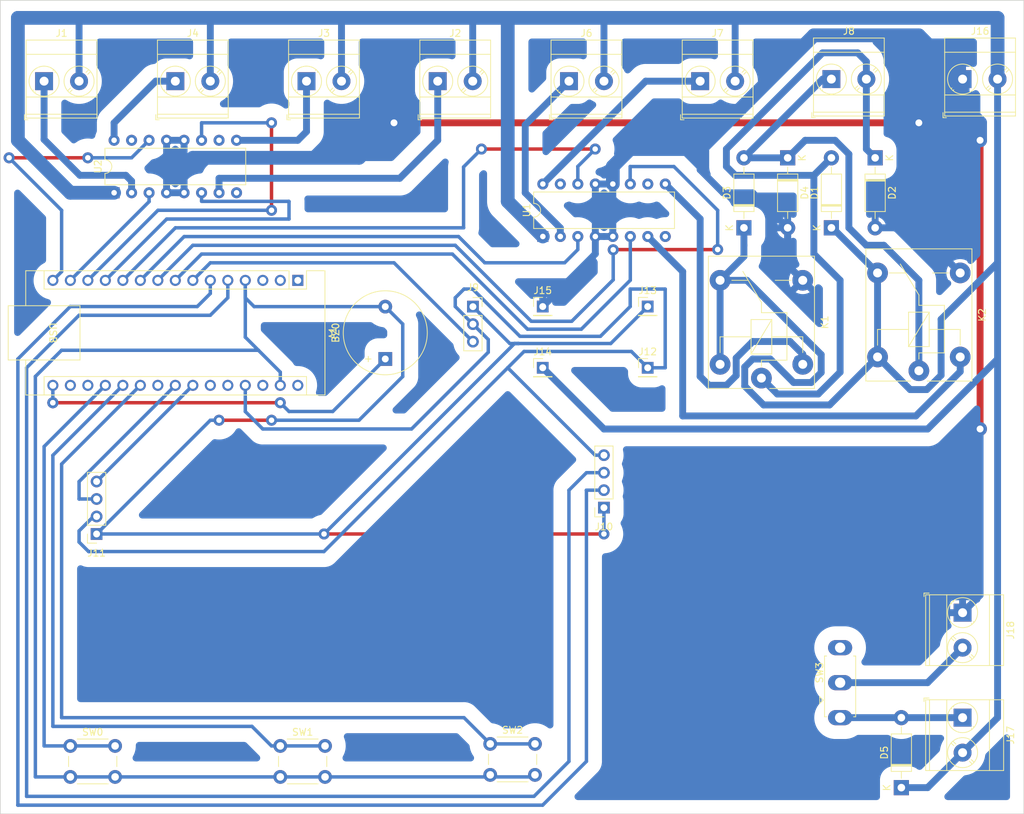
<source format=kicad_pcb>
(kicad_pcb (version 20211014) (generator pcbnew)
  (layers (0 "F.Cu" signal) (31 "B.Cu" signal) (34 "B.Paste" user) (35 "F.Paste" user) (36 "B.SilkS" user "B.Silkscreen") (37 "F.SilkS" user "F.Silkscreen") (38 "B.Mask" user) (39 "F.Mask" user) (44 "Edge.Cuts" user))
  (net 0 "")
  (net 4 "Net-(A1-Pad5)")
  (net 5 "Net-(A1-Pad6)")
  (net 6 "Net-(A1-Pad7)")
  (net 9 "Net-(A1-Pad16)")
  (net 10 "Net-(A1-Pad19)")
  (net 11 "Net-(A1-Pad20)")
  (net 13 "Net-(A1-Pad21)")
  (net 14 "Net-(A1-Pad23)")
  (net 18 "Net-(A1-Pad15)")
  (net 20 "Net-(A1-Pad24)")
  (net 21 "+12V")
  (net 22 "Net-(A1-Pad14)")
  (net 23 "Net-(A1-Pad13)")
  (net 24 "Net-(A1-Pad12)")
  (net 25 "Net-(A1-Pad11)")
  (net 26 "Net-(A1-Pad9)")
  (net 27 "Net-(A1-Pad10)")
  (net 28 "Net-(A1-Pad8)")
  (net 29 "Net-(D1-Pad2)")
  (net 30 "Net-(J1-Pad1)")
  (net 31 "GND")
  (net 32 "Net-(J6-Pad1)")
  (net 33 "Net-(D3-Pad2)")
  (net 34 "Net-(J2-Pad1)")
  (net 35 "Net-(J4-Pad1)")
  (net 36 "Net-(J7-Pad1)")
  (net 37 "Net-(K1-PadA1)")
  (net 38 "Net-(J3-Pad1)")
  (net 39 "+5V")
  (net 40 "GNDPWR")
  (net 41 "Net-(K2-PadA1)")
  (net 42 "Net-(D5-Pad2)")
  (net 43 "Net-(J18-Pad2)")
  (footprint "TerminalBlock_Phoenix:TerminalBlock_Phoenix_MKDS-3-2-5.08_1x02_P5.08mm_Horizontal" (layer "F.Cu") (at 76.83 39.035)
    (fp_text reference "J3")
    (fp_text value "PIN10")
  )
  (footprint "Button_Switch_THT:SW_PUSH_6mm" (layer "F.Cu") (at 42.54 135.545)
    (fp_text reference "SW0")
    (fp_text value "PIN_A0")
  )
  (footprint "TerminalBlock_Phoenix:TerminalBlock_Phoenix_MKDS-3-2-5.08_1x02_P5.08mm_Horizontal" (layer "F.Cu") (at 38.73 39.035)
    (fp_text reference "J1")
    (fp_text value "PIN11")
  )
  (footprint "TerminalBlock_Phoenix:TerminalBlock_Phoenix_MKDS-3-2-5.08_1x02_P5.08mm_Horizontal" (layer "F.Cu") (at 172.08 38.735)
    (fp_text reference "J16")
    (fp_text value "PWR_IN")
  )
  (footprint "Diode_THT:D_DO-41_SOD81_P10.16mm_Horizontal" (layer "F.Cu") (at 146.685 50.165 -90)
    (fp_text reference "D4")
    (fp_text value "1N4004")
  )
  (footprint "Connector_PinSocket_2.54mm:PinSocket_1x04_P2.54mm_Vertical" (layer "F.Cu") (at 120.01 100.955 180)
    (fp_text reference "J10")
    (fp_text value "HX711")
  )
  (footprint "TerminalBlock_Phoenix:TerminalBlock_Phoenix_MKDS-3-2-5.08_1x02_P5.08mm_Horizontal" (layer "F.Cu") (at 172.08 116.2 -90)
    (fp_text reference "J18")
    (fp_text value "FILTER_SENSOR")
  )
  (footprint "Button_Switch_THT:SW_PUSH_6mm" (layer "F.Cu") (at 73.02 135.545)
    (fp_text reference "SW1")
    (fp_text value "PIN_A1")
  )
  (footprint "Buzzer_Beeper:Buzzer_12x9.5RM7.6" (layer "F.Cu") (at 88.265 79.365 90)
    (fp_text reference "BZ0")
    (fp_text value "Buzzer")
  )
  (footprint "TerminalBlock_Phoenix:TerminalBlock_Phoenix_MKDS-3-2-5.08_1x02_P5.08mm_Horizontal" (layer "F.Cu") (at 153.03 38.735)
    (fp_text reference "J8")
    (fp_text value "PUMP")
  )
  (footprint "Button_Switch_THT:SW_PUSH_6mm" (layer "F.Cu") (at 103.5 135.25)
    (fp_text reference "SW2")
    (fp_text value "PIN_A2")
  )
  (footprint "Button_Switch_THT:SW_Slide_1P2T_CK_OS102011MS2Q" (layer "F.Cu") (at 154.3 128.9 90)
    (fp_text reference "SW3")
    (fp_text value "SW_SPDT")
  )
  (footprint "TerminalBlock_Phoenix:TerminalBlock_Phoenix_MKDS-3-2-5.08_1x02_P5.08mm_Horizontal" (layer "F.Cu") (at 57.785 39.035)
    (fp_text reference "J4")
    (fp_text value "PIN12")
  )
  (footprint "Diode_THT:D_DO-41_SOD81_P10.16mm_Horizontal" (layer "F.Cu") (at 163.19 141.6 90)
    (fp_text reference "D5")
    (fp_text value "1N4004")
  )
  (footprint "Connector_PinSocket_2.54mm:PinSocket_1x04_P2.54mm_Vertical" (layer "F.Cu") (at 46.355 104.775 180)
    (fp_text reference "J11")
    (fp_text value "LCD")
  )
  (footprint "Module:Arduino_Nano" (layer "F.Cu") (at 75.565 67.955 -90)
    (fp_text reference "A1")
    (fp_text value "Arduino_Nano_v3.x")
  )
  (footprint "Connector_PinSocket_2.54mm:PinSocket_1x03_P2.54mm_Vertical" (layer "F.Cu") (at 100.99 71.77)
    (fp_text reference "J9")
    (fp_text value "SERVO")
  )
  (footprint "Connector_PinHeader_2.54mm:PinHeader_1x01_P2.54mm_Vertical" (layer "F.Cu") (at 126.365 80.645)
    (fp_text reference "J12")
    (fp_text value "OUT+")
  )
  (footprint "Connector_PinHeader_2.54mm:PinHeader_1x01_P2.54mm_Vertical" (layer "F.Cu") (at 111.125 71.755)
    (fp_text reference "J15")
    (fp_text value "IN-")
  )
  (footprint "TerminalBlock_Phoenix:TerminalBlock_Phoenix_MKDS-3-2-5.08_1x02_P5.08mm_Horizontal" (layer "F.Cu") (at 133.98 39.035)
    (fp_text reference "J7")
    (fp_text value "PIN8")
  )
  (footprint "Package_DIP:DIP-16_W7.62mm" (layer "F.Cu") (at 48.895 55.235 90)
    (fp_text reference "U2")
    (fp_text value "TD62064APG")
  )
  (footprint "Connector_PinHeader_2.54mm:PinHeader_1x01_P2.54mm_Vertical" (layer "F.Cu") (at 126.365 71.755)
    (fp_text reference "J13")
    (fp_text value "OUT-")
  )
  (footprint "TerminalBlock_Phoenix:TerminalBlock_Phoenix_MKDS-3-2-5.08_1x02_P5.08mm_Horizontal" (layer "F.Cu") (at 95.88 39.035)
    (fp_text reference "J2")
    (fp_text value "PIN9")
  )
  (footprint "Diode_THT:D_DO-41_SOD81_P10.16mm_Horizontal" (layer "F.Cu") (at 140.335 60.325 90)
    (fp_text reference "D3")
    (fp_text value "1N4004")
  )
  (footprint "Package_DIP:DIP-16_W7.62mm" (layer "F.Cu") (at 111.14 61.585 90)
    (fp_text reference "U1")
    (fp_text value "TD62064APG")
  )
  (footprint "Relay_THT:Relay_SPDT_Finder_36.11" (layer "F.Cu") (at 142.875 82.145 90)
    (fp_text reference "K1")
    (fp_text value "FINDER-36.11")
  )
  (footprint "Connector_PinHeader_2.54mm:PinHeader_1x01_P2.54mm_Vertical" (layer "F.Cu") (at 111.125 80.645)
    (fp_text reference "J14")
    (fp_text value "IN+")
  )
  (footprint "Diode_THT:D_DO-41_SOD81_P10.16mm_Horizontal" (layer "F.Cu") (at 159.385 50.165 -90)
    (fp_text reference "D2")
    (fp_text value "1N4004")
  )
  (footprint "TerminalBlock_Phoenix:TerminalBlock_Phoenix_MKDS-3-2-5.08_1x02_P5.08mm_Horizontal" (layer "F.Cu") (at 114.935 39.035)
    (fp_text reference "J6")
    (fp_text value "PIN7")
  )
  (footprint "Diode_THT:D_DO-41_SOD81_P10.16mm_Horizontal" (layer "F.Cu") (at 153.035 60.325 90)
    (fp_text reference "D1")
    (fp_text value "1N4004")
  )
  (footprint "Relay_THT:Relay_SPDT_Finder_36.11" (layer "F.Cu") (at 165.735 81.075 90)
    (fp_text reference "K2")
    (fp_text value "FINDER-36.11")
  )
  (footprint "TerminalBlock_Phoenix:TerminalBlock_Phoenix_MKDS-3-2-5.08_1x02_P5.08mm_Horizontal" (layer "F.Cu") (at 172.08 131.44 -90)
    (fp_text reference "J17")
    (fp_text value "FILTER_PUMP")
  )
  (gr_rect (start 32.38 27.3) (end 180.97 145.41) (layer "Edge.Cuts") (width 0.1) (fill none))
  (segment (start 117.475 95.875) (end 120.01 95.875) (width 0.5) (layer "B.Cu") (net 4))
  (segment (start 36.195 142.87) (end 36.2 142.865) (width 0.5) (layer "B.Cu") (net 4))
  (segment (start 109.855 142.865) (end 114.93 137.79) (width 0.5) (layer "B.Cu") (net 4))
  (segment (start 114.93 137.79) (end 114.93 98.42) (width 0.5) (layer "B.Cu") (net 4))
  (segment (start 43.805 73.025) (end 36.195 80.635) (width 0.5) (layer "B.Cu") (net 4))
  (segment (start 36.2 142.865) (end 109.855 142.865) (width 0.5) (layer "B.Cu") (net 4))
  (segment (start 114.93 98.42) (end 117.475 95.875) (width 0.5) (layer "B.Cu") (net 4))
  (segment (start 36.195 80.635) (end 36.195 142.87) (width 0.5) (layer "B.Cu") (net 4))
  (segment (start 62.855 73.025) (end 43.805 73.025) (width 0.5) (layer "B.Cu") (net 4))
  (segment (start 65.405 70.475) (end 62.855 73.025) (width 0.5) (layer "B.Cu") (net 4))
  (segment (start 65.405 67.955) (end 65.405 70.475) (width 0.5) (layer "B.Cu") (net 4))
  (segment (start 60.968604 71.755) (end 42.535 71.755) (width 0.5) (layer "B.Cu") (net 5))
  (segment (start 117.47 98.42) (end 117.475 98.415) (width 0.5) (layer "B.Cu") (net 5))
  (segment (start 34.925 79.365) (end 34.925 144.14) (width 0.5) (layer "B.Cu") (net 5))
  (segment (start 34.92 144.145) (end 111.115 144.145) (width 0.5) (layer "B.Cu") (net 5))
  (segment (start 62.865 67.955) (end 62.865 69.858604) (width 0.5) (layer "B.Cu") (net 5))
  (segment (start 34.925 144.14) (end 34.92 144.145) (width 0.5) (layer "B.Cu") (net 5))
  (segment (start 111.115 144.145) (end 117.47 137.79) (width 0.5) (layer "B.Cu") (net 5))
  (segment (start 62.865 69.858604) (end 60.968604 71.755) (width 0.5) (layer "B.Cu") (net 5))
  (segment (start 117.475 98.415) (end 120.01 98.415) (width 0.5) (layer "B.Cu") (net 5))
  (segment (start 42.535 71.755) (end 34.925 79.365) (width 0.5) (layer "B.Cu") (net 5))
  (segment (start 117.47 137.79) (end 117.47 98.42) (width 0.5) (layer "B.Cu") (net 5))
  (segment (start 62.865 65.405) (end 60.325 67.945) (width 0.5) (layer "B.Cu") (net 6))
  (segment (start 89.535 65.405) (end 62.865 65.405) (width 0.5) (layer "B.Cu") (net 6))
  (segment (start 100.98 76.85) (end 89.535 65.405) (width 0.5) (layer "B.Cu") (net 6))
  (segment (start 60.325 67.945) (end 60.325 67.955) (width 0.5) (layer "B.Cu") (net 6))
  (segment (start 100.99 76.85) (end 100.98 76.85) (width 0.5) (layer "B.Cu") (net 6))
  (segment (start 73.02 85.72) (end 40 85.72) (width 0.5) (layer "F.Cu") (net 9))
  (via (at 73.02 85.72) (size 1.6) (drill 0.8) (layers "F.Cu" "B.Cu") (net 9))
  (via (at 40 85.72) (size 1.6) (drill 0.8) (layers "F.Cu" "B.Cu") (net 9))
  (via (at 40 85.72) (size 1.6) (drill 0.8) (layers "F.Cu" "B.Cu") (net 9))
  (segment (start 73.02 85.72) (end 74.29 86.99) (width 0.5) (layer "B.Cu") (net 9))
  (segment (start 40.005 85.715) (end 40 85.72) (width 0.5) (layer "B.Cu") (net 9))
  (segment (start 74.29 86.99) (end 80.64 86.99) (width 0.5) (layer "B.Cu") (net 9))
  (segment (start 40.005 83.195) (end 40.005 85.715) (width 0.5) (layer "B.Cu") (net 9))
  (segment (start 80.64 86.99) (end 88.265 79.365) (width 0.5) (layer "B.Cu") (net 9))
  (segment (start 38.735 135.545) (end 38.735 92.085) (width 0.5) (layer "B.Cu") (net 10))
  (segment (start 38.735 92.085) (end 47.625 83.195) (width 0.5) (layer "B.Cu") (net 10))
  (segment (start 42.54 135.545) (end 49.04 135.545) (width 0.5) (layer "B.Cu") (net 10))
  (segment (start 42.54 135.545) (end 38.735 135.545) (width 0.5) (layer "B.Cu") (net 10))
  (segment (start 73.02 135.545) (end 71.75 135.545) (width 0.5) (layer "B.Cu") (net 11))
  (segment (start 73.02 135.545) (end 79.52 135.545) (width 0.5) (layer "B.Cu") (net 11))
  (segment (start 71.75 135.545) (end 68.915 132.71) (width 0.5) (layer "B.Cu") (net 11))
  (segment (start 68.915 132.71) (end 40.005 132.71) (width 0.5) (layer "B.Cu") (net 11))
  (segment (start 40.005 93.355) (end 50.165 83.195) (width 0.5) (layer "B.Cu") (net 11))
  (segment (start 40.005 132.71) (end 40.005 93.355) (width 0.5) (layer "B.Cu") (net 11))
  (segment (start 103.5 135.25) (end 99.69 131.44) (width 0.5) (layer "B.Cu") (net 13))
  (segment (start 41.275 94.625) (end 52.705 83.195) (width 0.5) (layer "B.Cu") (net 13))
  (segment (start 103.5 135.25) (end 110 135.25) (width 0.5) (layer "B.Cu") (net 13))
  (segment (start 41.275 131.44) (end 41.275 94.625) (width 0.5) (layer "B.Cu") (net 13))
  (segment (start 99.69 131.44) (end 41.275 131.44) (width 0.5) (layer "B.Cu") (net 13))
  (segment (start 43.815 99.695) (end 46.355 99.695) (width 0.5) (layer "B.Cu") (net 14))
  (segment (start 57.785 83.195) (end 43.81 97.17) (width 0.5) (layer "B.Cu") (net 14))
  (segment (start 43.81 97.17) (end 43.81 99.69) (width 0.5) (layer "B.Cu") (net 14))
  (segment (start 43.81 99.69) (end 43.815 99.695) (width 0.5) (layer "B.Cu") (net 14))
  (segment (start 45.08 50.16) (end 33.65 50.16) (width 0.5) (layer "F.Cu") (net 18))
  (via (at 33.65 50.16) (size 1.6) (drill 0.8) (layers "F.Cu" "B.Cu") (net 18))
  (via (at 45.08 50.16) (size 1.6) (drill 0.8) (layers "F.Cu" "B.Cu") (net 18))
  (segment (start 45.08 50.16) (end 51.43 50.16) (width 0.5) (layer "B.Cu") (net 18))
  (segment (start 41.275 66.685) (end 40.005 67.955) (width 0.5) (layer "B.Cu") (net 18))
  (segment (start 33.65 50.16) (end 41.275 57.785) (width 0.5) (layer "B.Cu") (net 18))
  (segment (start 41.275 57.785) (end 41.275 66.685) (width 0.5) (layer "B.Cu") (net 18))
  (segment (start 51.43 50.16) (end 53.975 47.615) (width 0.5) (layer "B.Cu") (net 18))
  (segment (start 60.325 83.195) (end 46.365 97.155) (width 0.5) (layer "B.Cu") (net 20))
  (segment (start 46.365 97.155) (end 46.355 97.155) (width 0.5) (layer "B.Cu") (net 20))
  (segment (start 167.005 89.535) (end 177.16 79.38) (width 1) (layer "B.Cu") (net 21))
  (segment (start 144.145 79.375) (end 141.605 79.375) (width 1) (layer "B.Cu") (net 21))
  (segment (start 100.965 29.845) (end 100.96 29.85) (width 1) (layer "B.Cu") (net 21))
  (segment (start 106.045 56.49) (end 106.045 29.845) (width 2) (layer "B.Cu") (net 21))
  (segment (start 159.735 66.875) (end 159.735 79.075) (width 1) (layer "B.Cu") (net 21))
  (segment (start 150.099476 82.781621) (end 147.551621 82.781621) (width 1) (layer "B.Cu") (net 21))
  (segment (start 163.19 141.6) (end 167 141.6) (width 1) (layer "B.Cu") (net 21))
  (segment (start 62.865 29.845) (end 62.865 39.035) (width 1) (layer "B.Cu") (net 21))
  (segment (start 177.16 65.41) (end 177.16 65.4) (width 1) (layer "B.Cu") (net 21))
  (segment (start 177.16 79.38) (end 177.16 131.44) (width 1) (layer "B.Cu") (net 21))
  (segment (start 147.551621 82.781621) (end 144.145 79.375) (width 1) (layer "B.Cu") (net 21))
  (segment (start 168.96236 81.724854) (end 168.96236 73.60764) (width 1) (layer "B.Cu") (net 21))
  (segment (start 100.96 29.85) (end 100.96 39.035) (width 1) (layer "B.Cu") (net 21))
  (segment (start 34.925 29.845) (end 43.815 29.845) (width 2) (layer "B.Cu") (net 21))
  (segment (start 151.551472 81.329625) (end 150.099476 82.781621) (width 1) (layer "B.Cu") (net 21))
  (segment (start 140.452302 83.302302) (end 143.191862 86.041862) (width 1) (layer "B.Cu") (net 21))
  (segment (start 177.16 65.4) (end 177.16 38.735) (width 1) (layer "B.Cu") (net 21))
  (segment (start 48.895 55.235) (end 42.535 55.235) (width 2) (layer "B.Cu") (net 21))
  (segment (start 81.915 29.845) (end 100.965 29.845) (width 2) (layer "B.Cu") (net 21))
  (segment (start 141.605 79.375) (end 140.452302 80.527698) (width 1) (layer "B.Cu") (net 21))
  (segment (start 81.915 29.845) (end 81.91 29.85) (width 1) (layer "B.Cu") (net 21))
  (segment (start 43.815 29.845) (end 62.865 29.845) (width 2) (layer "B.Cu") (net 21))
  (segment (start 136.875 80.145) (end 136.875 67.945) (width 1) (layer "B.Cu") (net 21))
  (segment (start 152.768138 86.041862) (end 159.735 79.075) (width 1) (layer "B.Cu") (net 21))
  (segment (start 111.125 80.645) (end 120.015 89.535) (width 1) (layer "B.Cu") (net 21))
  (segment (start 139.065 29.845) (end 177.165 29.845) (width 2) (layer "B.Cu") (net 21))
  (segment (start 164.469814 83.809814) (end 166.8774 83.809814) (width 1) (layer "B.Cu") (net 21))
  (segment (start 81.91 29.85) (end 81.91 39.035) (width 1) (layer "B.Cu") (net 21))
  (segment (start 111.14 61.585) (end 106.045 56.49) (width 2) (layer "B.Cu") (net 21))
  (segment (start 62.865 29.845) (end 81.915 29.845) (width 2) (layer "B.Cu") (net 21))
  (segment (start 168.96236 73.60764) (end 177.16 65.41) (width 1) (layer "B.Cu") (net 21))
  (segment (start 120.015 29.845) (end 139.065 29.845) (width 2) (layer "B.Cu") (net 21))
  (segment (start 177.16 29.85) (end 177.16 38.735) (width 2) (layer "B.Cu") (net 21))
  (segment (start 120.015 29.845) (end 120.015 39.035) (width 1) (layer "B.Cu") (net 21))
  (segment (start 100.965 29.845) (end 106.045 29.845) (width 2) (layer "B.Cu") (net 21))
  (segment (start 140.452302 80.527698) (end 140.452302 83.302302) (width 1) (layer "B.Cu") (net 21))
  (segment (start 34.925 47.625) (end 34.925 29.845) (width 2) (layer "B.Cu") (net 21))
  (segment (start 140.335 64.485) (end 136.875 67.945) (width 1) (layer "B.Cu") (net 21))
  (segment (start 139.065 29.845) (end 139.06 29.85) (width 1) (layer "B.Cu") (net 21))
  (segment (start 42.535 55.235) (end 34.925 47.625) (width 2) (layer "B.Cu") (net 21))
  (segment (start 140.335 62.865) (end 140.335 64.485) (width 1) (layer "B.Cu") (net 21))
  (segment (start 166.8774 83.809814) (end 168.96236 81.724854) (width 1) (layer "B.Cu") (net 21))
  (segment (start 140.335 60.325) (end 140.335 62.865) (width 1) (layer "B.Cu") (net 21))
  (segment (start 43.81 29.85) (end 43.815 29.845) (width 1) (layer "B.Cu") (net 21))
  (segment (start 153.185 60.325) (end 159.735 66.875) (width 1) (layer "B.Cu") (net 21))
  (segment (start 153.035 60.325) (end 153.185 60.325) (width 1) (layer "B.Cu") (net 21))
  (segment (start 151.551472 78.734416) (end 151.551472 81.329625) (width 1) (layer "B.Cu") (net 21))
  (segment (start 177.16 79.38) (end 177.16 65.4) (width 1) (layer "B.Cu") (net 21))
  (segment (start 120.015 89.535) (end 167.005 89.535) (width 1) (layer "B.Cu") (net 21))
  (segment (start 136.875 67.945) (end 140.762056 67.945) (width 1) (layer "B.Cu") (net 21))
  (segment (start 177.16 131.44) (end 172.08 136.52) (width 1) (layer "B.Cu") (net 21))
  (segment (start 140.762056 67.945) (end 151.551472 78.734416) (width 1) (layer "B.Cu") (net 21))
  (segment (start 43.81 39.035) (end 43.81 29.85) (width 1) (layer "B.Cu") (net 21))
  (segment (start 106.045 29.845) (end 120.015 29.845) (width 2) (layer "B.Cu") (net 21))
  (segment (start 159.735 79.075) (end 164.469814 83.809814) (width 1) (layer "B.Cu") (net 21))
  (segment (start 139.06 29.85) (end 139.06 39.035) (width 1) (layer "B.Cu") (net 21))
  (segment (start 143.191862 86.041862) (end 152.768138 86.041862) (width 1) (layer "B.Cu") (net 21))
  (segment (start 167 141.6) (end 172.08 136.52) (width 1) (layer "B.Cu") (net 21))
  (segment (start 53.975 56.525) (end 42.545 67.955) (width 0.5) (layer "B.Cu") (net 22))
  (segment (start 53.975 55.235) (end 53.975 56.525) (width 0.5) (layer "B.Cu") (net 22))
  (segment (start 71.75 45.08) (end 71.75 57.78) (width 0.5) (layer "F.Cu") (net 23))
  (via (at 71.75 57.78) (size 1.6) (drill 0.8) (layers "F.Cu" "B.Cu") (net 23))
  (via (at 71.75 45.08) (size 1.6) (drill 0.8) (layers "F.Cu" "B.Cu") (net 23))
  (segment (start 71.75 57.78) (end 55.26 57.78) (width 0.5) (layer "B.Cu") (net 23))
  (segment (start 55.26 57.78) (end 45.085 67.955) (width 0.5) (layer "B.Cu") (net 23))
  (segment (start 61.595 45.08) (end 61.595 47.615) (width 0.5) (layer "B.Cu") (net 23))
  (segment (start 71.75 45.08) (end 61.595 45.08) (width 0.5) (layer "B.Cu") (net 23))
  (segment (start 74.29 56.51) (end 74.265 56.485) (width 0.5) (layer "B.Cu") (net 24))
  (segment (start 74.29 59.05) (end 74.29 56.51) (width 0.5) (layer "B.Cu") (net 24))
  (segment (start 56.53 59.05) (end 47.625 67.955) (width 0.5) (layer "B.Cu") (net 24))
  (segment (start 61.595 56.465) (end 61.615 56.485) (width 0.5) (layer "B.Cu") (net 24))
  (segment (start 74.29 59.05) (end 56.53 59.05) (width 0.5) (layer "B.Cu") (net 24))
  (segment (start 61.615 56.485) (end 74.265 56.485) (width 0.5) (layer "B.Cu") (net 24))
  (segment (start 61.595 55.235) (end 61.595 56.465) (width 0.5) (layer "B.Cu") (net 24))
  (segment (start 102.23 48.89) (end 118.74 48.89) (width 0.5) (layer "F.Cu") (net 25))
  (via (at 118.74 48.89) (size 1.6) (drill 0.8) (layers "F.Cu" "B.Cu") (net 25))
  (via (at 102.23 48.89) (size 1.6) (drill 0.8) (layers "F.Cu" "B.Cu") (net 25))
  (segment (start 99.631841 51.488159) (end 102.23 48.89) (width 0.5) (layer "B.Cu") (net 25))
  (segment (start 50.165 67.955) (end 57.795 60.325) (width 0.5) (layer "B.Cu") (net 25))
  (segment (start 118.74 48.89) (end 116.22 51.41) (width 0.5) (layer "B.Cu") (net 25))
  (segment (start 116.22 51.41) (end 116.22 53.965) (width 0.5) (layer "B.Cu") (net 25))
  (segment (start 57.795 60.325) (end 99.626841 60.325) (width 0.5) (layer "B.Cu") (net 25))
  (segment (start 99.626841 60.325) (end 99.631841 60.32) (width 0.5) (layer "B.Cu") (net 25))
  (segment (start 99.631841 60.32) (end 99.631841 51.488159) (width 0.5) (layer "B.Cu") (net 25))
  (segment (start 121.35647 63.513041) (end 121.382435 63.487076) (width 0.5) (layer "F.Cu") (net 26))
  (segment (start 121.382435 63.487076) (end 136.508777 63.487076) (width 0.5) (layer "F.Cu") (net 26))
  (segment (start 136.508777 63.487076) (end 136.52 63.475853) (width 0.5) (layer "F.Cu") (net 26))
  (via (at 121.35647 63.513041) (size 1.6) (drill 0.8) (layers "F.Cu" "B.Cu") (net 26))
  (via (at 136.52 63.475853) (size 1.6) (drill 0.8) (layers "F.Cu" "B.Cu") (net 26))
  (segment (start 98.425 62.865) (end 60.325 62.865) (width 0.5) (layer "B.Cu") (net 26))
  (segment (start 130.17 51.43) (end 123.82 51.43) (width 0.5) (layer "B.Cu") (net 26))
  (segment (start 109.456343 73.896343) (end 98.425 62.865) (width 0.5) (layer "B.Cu") (net 26))
  (segment (start 136.52 57.78) (end 130.17 51.43) (width 0.5) (layer "B.Cu") (net 26))
  (segment (start 123.82 51.43) (end 123.82 53.945) (width 0.5) (layer "B.Cu") (net 26))
  (segment (start 55.245 67.945) (end 55.245 67.955) (width 0.5) (layer "B.Cu") (net 26))
  (segment (start 136.52 63.475853) (end 136.52 57.78) (width 0.5) (layer "B.Cu") (net 26))
  (segment (start 121.35647 67.87353) (end 115.333657 73.896343) (width 0.5) (layer "B.Cu") (net 26))
  (segment (start 121.35647 63.513041) (end 121.35647 67.87353) (width 0.5) (layer "B.Cu") (net 26))
  (segment (start 115.333657 73.896343) (end 109.456343 73.896343) (width 0.5) (layer "B.Cu") (net 26))
  (segment (start 60.325 62.865) (end 55.245 67.945) (width 0.5) (layer "B.Cu") (net 26))
  (segment (start 98.907933 61.595) (end 59.065 61.595) (width 0.5) (layer "B.Cu") (net 27))
  (segment (start 116.22 61.585) (end 116.22 63.48) (width 0.5) (layer "B.Cu") (net 27))
  (segment (start 102.712933 65.4) (end 98.907933 61.595) (width 0.5) (layer "B.Cu") (net 27))
  (segment (start 59.065 61.595) (end 52.705 67.955) (width 0.5) (layer "B.Cu") (net 27))
  (segment (start 116.22 63.48) (end 114.3 65.4) (width 0.5) (layer "B.Cu") (net 27))
  (segment (start 114.3 65.4) (end 102.712933 65.4) (width 0.5) (layer "B.Cu") (net 27))
  (segment (start 98.004671 64.135) (end 61.595 64.135) (width 0.5) (layer "B.Cu") (net 28))
  (segment (start 57.785 67.945) (end 57.785 67.955) (width 0.5) (layer "B.Cu") (net 28))
  (segment (start 123.84 61.585) (end 123.84 67.93) (width 0.5) (layer "B.Cu") (net 28))
  (segment (start 61.595 64.135) (end 57.785 67.945) (width 0.5) (layer "B.Cu") (net 28))
  (segment (start 116.728107 75.041893) (end 108.911564 75.041893) (width 0.5) (layer "B.Cu") (net 28))
  (segment (start 123.84 67.93) (end 116.728107 75.041893) (width 0.5) (layer "B.Cu") (net 28))
  (segment (start 108.911564 75.041893) (end 98.004671 64.135) (width 0.5) (layer "B.Cu") (net 28))
  (segment (start 158.11 36.19) (end 158.11 38.735) (width 1) (layer "B.Cu") (net 29))
  (segment (start 150.49 64.13) (end 150.49 52.71) (width 1) (layer "B.Cu") (net 29))
  (segment (start 154.3 67.94) (end 150.49 64.13) (width 1) (layer "B.Cu") (net 29))
  (segment (start 156.84 34.92) (end 158.11 36.19) (width 1) (layer "B.Cu") (net 29))
  (segment (start 153.035 50.165) (end 150.495 52.705) (width 1) (layer "B.Cu") (net 29))
  (segment (start 145.185 84.455) (end 151.125 84.455) (width 1) (layer "B.Cu") (net 29))
  (segment (start 151.125 84.455) (end 154.3 81.28) (width 1) (layer "B.Cu") (net 29))
  (segment (start 142.875 82.145) (end 145.185 84.455) (width 1) (layer "B.Cu") (net 29))
  (segment (start 158.11 38.735) (end 158.11 48.89) (width 1) (layer "B.Cu") (net 29))
  (segment (start 139.07 52.705) (end 137.79 51.425) (width 1) (layer "B.Cu") (net 29))
  (segment (start 137.79 48.89) (end 151.76 34.92) (width 1) (layer "B.Cu") (net 29))
  (segment (start 150.495 52.705) (end 139.07 52.705) (width 1) (layer "B.Cu") (net 29))
  (segment (start 150.49 52.71) (end 153.035 50.165) (width 1) (layer "B.Cu") (net 29))
  (segment (start 151.76 34.92) (end 156.84 34.92) (width 1) (layer "B.Cu") (net 29))
  (segment (start 137.79 51.425) (end 137.79 48.89) (width 1) (layer "B.Cu") (net 29))
  (segment (start 158.11 48.89) (end 159.385 50.165) (width 1) (layer "B.Cu") (net 29))
  (segment (start 154.3 81.28) (end 154.3 67.94) (width 1) (layer "B.Cu") (net 29))
  (segment (start 50.595 52.7) (end 51.435 53.54) (width 1) (layer "B.Cu") (net 30))
  (segment (start 38.73 47.5025) (end 43.9275 52.7) (width 1) (layer "B.Cu") (net 30))
  (segment (start 43.9275 52.7) (end 50.595 52.7) (width 1) (layer "B.Cu") (net 30))
  (segment (start 51.435 53.54) (end 51.435 55.235) (width 1) (layer "B.Cu") (net 30))
  (segment (start 38.73 39.035) (end 39.035 39.035) (width 1) (layer "B.Cu") (net 30))
  (segment (start 38.73 39.035) (end 38.73 47.5025) (width 1) (layer "B.Cu") (net 30))
  (segment (start 64.13 88.26) (end 71.75 88.26) (width 0.5) (layer "F.Cu") (net 31))
  (segment (start 79.375 104.775) (end 120.005 104.775) (width 0.5) (layer "F.Cu") (net 31))
  (segment (start 120.005 104.775) (end 120.01 104.77) (width 0.5) (layer "F.Cu") (net 31))
  (via (at 120.01 104.77) (size 1.6) (drill 0.8) (layers "F.Cu" "B.Cu") (net 31))
  (via (at 64.13 88.26) (size 1.6) (drill 0.8) (layers "F.Cu" "B.Cu") (net 31))
  (via (at 79.375 104.775) (size 1.6) (drill 0.8) (layers "F.Cu" "B.Cu") (net 31))
  (via (at 71.75 88.26) (size 1.6) (drill 0.8) (layers "F.Cu" "B.Cu") (net 31))
  (segment (start 42.54 140.045) (end 37.465 140.045) (width 0.5) (layer "B.Cu") (net 31))
  (segment (start 107.028604 77.121396) (end 107.601396 77.121396) (width 0.5) (layer "B.Cu") (net 31))
  (segment (start 90.8 81.91) (end 90.8 74.3) (width 0.5) (layer "B.Cu") (net 31))
  (segment (start 107.601396 77.121396) (end 120.998604 77.121396) (width 0.5) (layer "B.Cu") (net 31))
  (segment (start 79.365 104.785) (end 79.375 104.775) (width 0.5) (layer "B.Cu") (net 31))
  (segment (start 67.945 70.485) (end 67.945 67.955) (width 0.5) (layer "B.Cu") (net 31))
  (segment (start 84.45 88.26) (end 90.8 81.91) (width 0.5) (layer "B.Cu") (net 31))
  (segment (start 90.8 74.3) (end 88.265 71.765) (width 0.5) (layer "B.Cu") (net 31))
  (segment (start 73.025 81.28) (end 73.025 83.195) (width 0.5) (layer "B.Cu") (net 31))
  (segment (start 100.99 71.77) (end 106.341396 77.121396) (width 0.5) (layer "B.Cu") (net 31))
  (segment (start 120.01 100.955) (end 120.01 104.77) (width 0.5) (layer "B.Cu") (net 31))
  (segment (start 110 139.75) (end 109.705 140.045) (width 0.5) (layer "B.Cu") (net 31))
  (segment (start 71.75 88.26) (end 84.45 88.26) (width 0.5) (layer "B.Cu") (net 31))
  (segment (start 88.265 71.765) (end 69.225 71.765) (width 0.5) (layer "B.Cu") (net 31))
  (segment (start 37.465 81.91) (end 41.27 78.105) (width 0.5) (layer "B.Cu") (net 31))
  (segment (start 37.465 140.045) (end 37.465 81.91) (width 0.5) (layer "B.Cu") (net 31))
  (segment (start 120.998604 77.121396) (end 126.365 71.755) (width 0.5) (layer "B.Cu") (net 31))
  (segment (start 67.945 67.955) (end 67.945 76.2) (width 0.5) (layer "B.Cu") (net 31))
  (segment (start 64.13 88.26) (end 62.87 88.26) (width 0.5) (layer "B.Cu") (net 31))
  (segment (start 79.375 104.775) (end 46.355 104.775) (width 0.5) (layer "B.Cu") (net 31))
  (segment (start 67.945 76.2) (end 69.85 78.105) (width 0.5) (layer "B.Cu") (net 31))
  (segment (start 109.705 140.045) (end 42.54 140.045) (width 0.5) (layer "B.Cu") (net 31))
  (segment (start 69.85 78.105) (end 73.025 81.28) (width 0.5) (layer "B.Cu") (net 31))
  (segment (start 41.27 78.105) (end 69.85 78.105) (width 0.5) (layer "B.Cu") (net 31))
  (segment (start 69.225 71.765) (end 67.945 70.485) (width 0.5) (layer "B.Cu") (net 31))
  (segment (start 62.87 88.26) (end 46.355 104.775) (width 0.5) (layer "B.Cu") (net 31))
  (segment (start 79.375 104.775) (end 107.028604 77.121396) (width 0.5) (layer "B.Cu") (net 31))
  (segment (start 106.341396 77.121396) (end 107.601396 77.121396) (width 0.5) (layer "B.Cu") (net 31))
  (segment (start 46.355 104.775) (end 46.365 104.785) (width 0.5) (layer "B.Cu") (net 31))
  (segment (start 113.68 60.34) (end 113.68 61.585) (width 1) (layer "B.Cu") (net 32))
  (segment (start 108.585 55.245) (end 113.68 60.34) (width 1) (layer "B.Cu") (net 32))
  (segment (start 114.935 39.035) (end 108.585 45.385) (width 1) (layer "B.Cu") (net 32))
  (segment (start 108.585 45.385) (end 108.585 55.245) (width 1) (layer "B.Cu") (net 32))
  (segment (start 153.03 38.735) (end 151.765 38.735) (width 1) (layer "B.Cu") (net 33))
  (segment (start 151.765 38.735) (end 140.335 50.165) (width 1) (layer "B.Cu") (net 33))
  (segment (start 165.735 81.075) (end 165.735 67.945) (width 1) (layer "B.Cu") (net 33))
  (segment (start 158.11 62.86) (end 155.57 60.32) (width 1) (layer "B.Cu") (net 33))
  (segment (start 140.335 50.165) (end 146.685 50.165) (width 1) (layer "B.Cu") (net 33))
  (segment (start 149.23 47.62) (end 146.685 50.165) (width 1) (layer "B.Cu") (net 33))
  (segment (start 155.57 49.625) (end 153.565 47.62) (width 1) (layer "B.Cu") (net 33))
  (segment (start 153.565 47.62) (end 149.23 47.62) (width 1) (layer "B.Cu") (net 33))
  (segment (start 165.735 67.945) (end 160.65 62.86) (width 1) (layer "B.Cu") (net 33))
  (segment (start 155.57 60.32) (end 155.57 49.625) (width 1) (layer "B.Cu") (net 33))
  (segment (start 160.65 62.86) (end 158.11 62.86) (width 1) (layer "B.Cu") (net 33))
  (segment (start 64.13 55.23) (end 64.13 53.135) (width 1) (layer "B.Cu") (net 34))
  (segment (start 64.13 53.135) (end 90.365 53.135) (width 1) (layer "B.Cu") (net 34))
  (segment (start 64.135 55.235) (end 64.13 55.23) (width 1) (layer "B.Cu") (net 34))
  (segment (start 95.88 47.62) (end 95.88 39.035) (width 1) (layer "B.Cu") (net 34))
  (segment (start 90.365 53.135) (end 95.88 47.62) (width 1) (layer "B.Cu") (net 34))
  (segment (start 57.8 39.05) (end 57.785 39.035) (width 1) (layer "B.Cu") (net 35))
  (segment (start 57.785 39.035) (end 54.945 39.035) (width 1) (layer "B.Cu") (net 35))
  (segment (start 48.895 45.085) (end 48.895 47.615) (width 1) (layer "B.Cu") (net 35))
  (segment (start 54.945 39.035) (end 48.895 45.085) (width 1) (layer "B.Cu") (net 35))
  (segment (start 133.98 39.035) (end 126.07 39.035) (width 1) (layer "B.Cu") (net 36))
  (segment (start 126.07 39.035) (end 111.14 53.965) (width 1) (layer "B.Cu") (net 36))
  (segment (start 148.875 80.145) (end 148.105 79.375) (width 1) (layer "B.Cu") (net 37))
  (segment (start 141.605 76.835) (end 147.035 76.835) (width 1) (layer "B.Cu") (net 37))
  (segment (start 148.875 78.675) (end 148.875 80.145) (width 1) (layer "B.Cu") (net 37))
  (segment (start 135.255 83.185) (end 137.795 83.185) (width 1) (layer "B.Cu") (net 37))
  (segment (start 133.98 81.91) (end 135.255 83.185) (width 1) (layer "B.Cu") (net 37))
  (segment (start 128.92 53.965) (end 133.98 59.025) (width 1) (layer "B.Cu") (net 37))
  (segment (start 147.035 76.835) (end 148.875 78.675) (width 1) (layer "B.Cu") (net 37))
  (segment (start 133.98 59.025) (end 133.98 81.91) (width 1) (layer "B.Cu") (net 37))
  (segment (start 139.211802 79.228198) (end 141.605 76.835) (width 1) (layer "B.Cu") (net 37))
  (segment (start 137.795 83.185) (end 139.211802 81.768198) (width 1) (layer "B.Cu") (net 37))
  (segment (start 139.211802 81.768198) (end 139.211802 79.228198) (width 1) (layer "B.Cu") (net 37))
  (segment (start 76.83 46.35) (end 75.56 47.62) (width 1) (layer "B.Cu") (net 38))
  (segment (start 66.68 47.62) (end 66.675 47.615) (width 1) (layer "B.Cu") (net 38))
  (segment (start 76.83 39.035) (end 76.83 46.35) (width 1) (layer "B.Cu") (net 38))
  (segment (start 75.56 47.62) (end 66.68 47.62) (width 1) (layer "B.Cu") (net 38))
  (segment (start 107.822754 76.081645) (end 119.498355 76.081645) (width 0.5) (layer "B.Cu") (net 39))
  (segment (start 46.355 107.315) (end 46.365 107.325) (width 0.5) (layer "B.Cu") (net 39))
  (segment (start 43.81 104.33) (end 45.905 102.235) (width 0.5) (layer "B.Cu") (net 39))
  (segment (start 103.219149 76.539149) (end 100.99 74.31) (width 0.5) (layer "B.Cu") (net 39))
  (segment (start 123.825 69.215) (end 128.905 69.215) (width 0.5) (layer "B.Cu") (net 39))
  (segment (start 123.996676 78.276676) (end 126.365 80.645) (width 0.5) (layer "B.Cu") (net 39))
  (segment (start 123.825 71.755) (end 123.825 69.215) (width 0.5) (layer "B.Cu") (net 39))
  (segment (start 106.045 80.645) (end 108.413324 78.276676) (width 0.5) (layer "B.Cu") (net 39))
  (segment (start 128.905 80.645) (end 126.365 80.645) (width 0.5) (layer "B.Cu") (net 39))
  (segment (start 98.425 71.745) (end 98.425 70.485) (width 0.5) (layer "B.Cu") (net 39))
  (segment (start 67.945 86.995) (end 70.48 89.53) (width 0.5) (layer "B.Cu") (net 39))
  (segment (start 106.045 80.645) (end 118.735 93.335) (width 0.5) (layer "B.Cu") (net 39))
  (segment (start 92.079999 89.53) (end 103.219149 78.39085) (width 0.5) (layer "B.Cu") (net 39))
  (segment (start 79.365 107.325) (end 45.19 107.325) (width 0.5) (layer "B.Cu") (net 39))
  (segment (start 45.19 107.325) (end 43.81 105.945) (width 0.5) (layer "B.Cu") (net 39))
  (segment (start 98.425 70.485) (end 99.695 69.215) (width 0.5) (layer "B.Cu") (net 39))
  (segment (start 67.945 83.195) (end 67.945 86.995) (width 0.5) (layer "B.Cu") (net 39))
  (segment (start 106.045 80.645) (end 79.365 107.325) (width 0.5) (layer "B.Cu") (net 39))
  (segment (start 43.81 105.945) (end 43.81 104.33) (width 0.5) (layer "B.Cu") (net 39))
  (segment (start 119.498355 76.081645) (end 123.825 71.755) (width 0.5) (layer "B.Cu") (net 39))
  (segment (start 103.219149 78.39085) (end 103.219149 76.539149) (width 0.5) (layer "B.Cu") (net 39))
  (segment (start 108.413324 78.276676) (end 123.996676 78.276676) (width 0.5) (layer "B.Cu") (net 39))
  (segment (start 70.48 89.53) (end 92.079999 89.53) (width 0.5) (layer "B.Cu") (net 39))
  (segment (start 118.735 93.335) (end 120.01 93.335) (width 0.5) (layer "B.Cu") (net 39))
  (segment (start 100.99 74.31) (end 98.425 71.745) (width 0.5) (layer "B.Cu") (net 39))
  (segment (start 100.956109 69.215) (end 107.822754 76.081645) (width 0.5) (layer "B.Cu") (net 39))
  (segment (start 128.905 69.215) (end 128.905 80.645) (width 0.5) (layer "B.Cu") (net 39))
  (segment (start 99.695 69.215) (end 100.956109 69.215) (width 0.5) (layer "B.Cu") (net 39))
  (segment (start 174.62 47.62) (end 174.62 89.53) (width 1) (layer "F.Cu") (net 40))
  (segment (start 165.73 45.08) (end 89.53 45.08) (width 1) (layer "F.Cu") (net 40))
  (via (at 174.62 89.53) (size 2) (drill 1) (layers "F.Cu" "B.Cu") (net 40))
  (via (at 165.73 45.08) (size 2) (drill 1) (layers "F.Cu" "B.Cu") (net 40))
  (via (at 174.62 47.62) (size 2) (drill 1) (layers "F.Cu" "B.Cu") (net 40))
  (via (at 89.53 45.08) (size 2) (drill 1) (layers "F.Cu" "B.Cu") (net 40))
  (segment (start 141.605 55.245) (end 137.325057 55.245) (width 1) (layer "B.Cu") (net 40))
  (segment (start 174.62 113.66) (end 172.08 116.2) (width 1) (layer "B.Cu") (net 40))
  (segment (start 121.3 53.965) (end 121.3 51.42) (width 2) (layer "B.Cu") (net 40))
  (segment (start 172.08 53.43) (end 172.08 38.735) (width 1) (layer "B.Cu") (net 40))
  (segment (start 60.33 50.16) (end 59.055 51.435) (width 2) (layer "B.Cu") (net 40))
  (segment (start 121.3 61.585) (end 121.3 53.965) (width 1) (layer "B.Cu") (net 40))
  (segment (start 56.515 47.615) (end 56.515 55.235) (width 1) (layer "B.Cu") (net 40))
  (segment (start 174.62 89.53) (end 174.62 113.66) (width 1) (layer "B.Cu") (net 40))
  (segment (start 174.62 47.62) (end 174.62 45.085) (width 2) (layer "B.Cu") (net 40))
  (segment (start 111.125 71.745) (end 118.76 64.11) (width 1) (layer "B.Cu") (net 40))
  (segment (start 118.76 61.585) (end 120.025 61.585) (width 1) (layer "B.Cu") (net 40))
  (segment (start 120.025 61.585) (end 121.3 61.585) (width 1) (layer "B.Cu") (net 40))
  (segment (start 165.185 60.325) (end 171.735 66.875) (width 1) (layer "B.Cu") (net 40))
  (segment (start 146.685 65.755) (end 148.875 67.945) (width 1) (layer "B.Cu") (net 40))
  (segment (start 59.055 55.235) (end 59.055 51.435) (width 1) (layer "B.Cu") (net 40))
  (segment (start 174.62 45.085) (end 172.08 42.545) (width 2) (layer "B.Cu") (net 40))
  (segment (start 137.325057 55.245) (end 133.985 51.904943) (width 1) (layer "B.Cu") (net 40))
  (segment (start 89.53 45.085) (end 84.455 50.16) (width 2) (layer "B.Cu") (net 40))
  (segment (start 133.98 48.89) (end 150.49 32.38) (width 2) (layer "B.Cu") (net 40))
  (segment (start 146.685 60.325) (end 141.605 55.245) (width 1) (layer "B.Cu") (net 40))
  (segment (start 165.185 60.325) (end 172.08 53.43) (width 1) (layer "B.Cu") (net 40))
  (segment (start 172.08 42.545) (end 172.08 38.735) (width 2) (layer "B.Cu") (net 40))
  (segment (start 133.985 51.904943) (end 133.985 48.89) (width 1) (layer "B.Cu") (net 40))
  (segment (start 150.49 32.38) (end 165.725 32.38) (width 2) (layer "B.Cu") (net 40))
  (segment (start 172.075 38.735) (end 165.73 45.08) (width 2) (layer "B.Cu") (net 40))
  (segment (start 59.055 51.435) (end 59.055 47.615) (width 1) (layer "B.Cu") (net 40))
  (segment (start 56.515 55.235) (end 59.055 55.235) (width 1) (layer "B.Cu") (net 40))
  (segment (start 111.125 71.755) (end 111.125 71.745) (width 1) (layer "B.Cu") (net 40))
  (segment (start 118.76 64.11) (end 118.76 61.585) (width 1) (layer "B.Cu") (net 40))
  (segment (start 84.455 50.16) (end 60.33 50.16) (width 2) (layer "B.Cu") (net 40))
  (segment (start 121.3 53.965) (end 118.76 53.965) (width 1) (layer "B.Cu") (net 40))
  (segment (start 165.725 32.38) (end 172.08 38.735) (width 2) (layer "B.Cu") (net 40))
  (segment (start 59.055 51.435) (end 59.05 51.43) (width 2) (layer "B.Cu") (net 40))
  (segment (start 59.055 47.615) (end 56.515 47.615) (width 1) (layer "B.Cu") (net 40))
  (segment (start 121.3 51.42) (end 123.83 48.89) (width 2) (layer "B.Cu") (net 40))
  (segment (start 172.08 38.735) (end 172.075 38.735) (width 1) (layer "B.Cu") (net 40))
  (segment (start 159.385 60.325) (end 165.185 60.325) (width 1) (layer "B.Cu") (net 40))
  (segment (start 146.685 60.325) (end 146.685 65.755) (width 1) (layer "B.Cu") (net 40))
  (segment (start 123.83 48.89) (end 133.98 48.89) (width 2) (layer "B.Cu") (net 40))
  (segment (start 118.76 53.965) (end 118.76 61.585) (width 1) (layer "B.Cu") (net 40))
  (segment (start 131.445 66.675) (end 127.915 63.145) (width 1) (layer "B.Cu") (net 41))
  (segment (start 171.735 79.075) (end 171.735 81.19632) (width 1) (layer "B.Cu") (net 41))
  (segment (start 127.915 63.12) (end 126.38 61.585) (width 1) (layer "B.Cu") (net 41))
  (segment (start 127.915 63.145) (end 127.915 63.12) (width 1) (layer "B.Cu") (net 41))
  (segment (start 171.735 81.19632) (end 165.295172 87.636148) (width 1) (layer "B.Cu") (net 41))
  (segment (start 131.445 87.636148) (end 131.445 66.675) (width 1) (layer "B.Cu") (net 41))
  (segment (start 165.295172 87.636148) (end 131.445 87.636148) (width 1) (layer "B.Cu") (net 41))
  (segment (start 154.49 131.44) (end 154.3 131.63) (width 0.25) (layer "B.Cu") (net 42))
  (segment (start 172.08 131.44) (end 154.3 131.44) (width 1) (layer "B.Cu") (net 42))
  (segment (start 154.59 131.44) (end 154.3 131.73) (width 1) (layer "B.Cu") (net 42))
  (segment (start 167 126.36) (end 172.08 121.28) (width 1) (layer "B.Cu") (net 43))
  (segment (start 154.3 126.36) (end 167 126.36) (width 1) (layer "B.Cu") (net 43))
  (zone (net 40) (net_name "GNDPWR") (layer "B.Cu") (connect_pads (clearance 2)) (min_thickness 1) (fill yes (thermal_gap 0.508) (thermal_bridge_width 1) (island_removal_mode 2) (island_area_min 25))
    (polygon (pts (xy 180.97 145.41) (xy 32.38 145.41) (xy 32.38 27.3) (xy 180.97 27.3)))
  )
)
</source>
